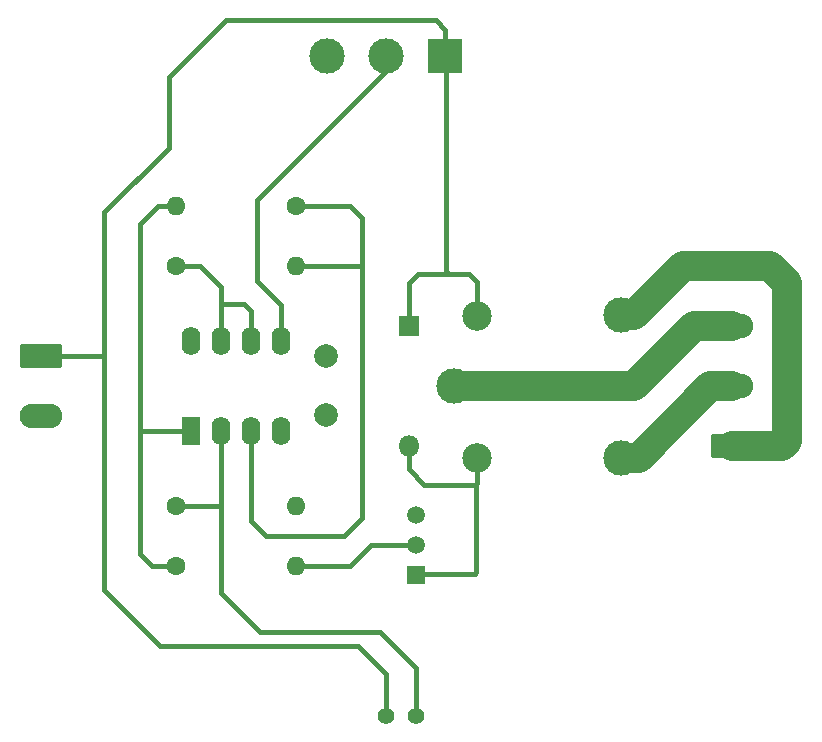
<source format=gbr>
%TF.GenerationSoftware,KiCad,Pcbnew,(6.0.5)*%
%TF.CreationDate,2022-10-10T14:26:01+02:00*%
%TF.ProjectId,termostato_kicad6,7465726d-6f73-4746-9174-6f5f6b696361,rev?*%
%TF.SameCoordinates,Original*%
%TF.FileFunction,Copper,L2,Bot*%
%TF.FilePolarity,Positive*%
%FSLAX46Y46*%
G04 Gerber Fmt 4.6, Leading zero omitted, Abs format (unit mm)*
G04 Created by KiCad (PCBNEW (6.0.5)) date 2022-10-10 14:26:01*
%MOMM*%
%LPD*%
G01*
G04 APERTURE LIST*
G04 Aperture macros list*
%AMRoundRect*
0 Rectangle with rounded corners*
0 $1 Rounding radius*
0 $2 $3 $4 $5 $6 $7 $8 $9 X,Y pos of 4 corners*
0 Add a 4 corners polygon primitive as box body*
4,1,4,$2,$3,$4,$5,$6,$7,$8,$9,$2,$3,0*
0 Add four circle primitives for the rounded corners*
1,1,$1+$1,$2,$3*
1,1,$1+$1,$4,$5*
1,1,$1+$1,$6,$7*
1,1,$1+$1,$8,$9*
0 Add four rect primitives between the rounded corners*
20,1,$1+$1,$2,$3,$4,$5,0*
20,1,$1+$1,$4,$5,$6,$7,0*
20,1,$1+$1,$6,$7,$8,$9,0*
20,1,$1+$1,$8,$9,$2,$3,0*%
G04 Aperture macros list end*
%TA.AperFunction,ComponentPad*%
%ADD10RoundRect,0.249999X1.550001X-0.790001X1.550001X0.790001X-1.550001X0.790001X-1.550001X-0.790001X0*%
%TD*%
%TA.AperFunction,ComponentPad*%
%ADD11O,3.600000X2.080000*%
%TD*%
%TA.AperFunction,ComponentPad*%
%ADD12RoundRect,0.249999X-1.550001X0.790001X-1.550001X-0.790001X1.550001X-0.790001X1.550001X0.790001X0*%
%TD*%
%TA.AperFunction,ComponentPad*%
%ADD13R,1.600000X2.400000*%
%TD*%
%TA.AperFunction,ComponentPad*%
%ADD14O,1.600000X2.400000*%
%TD*%
%TA.AperFunction,ComponentPad*%
%ADD15C,1.600000*%
%TD*%
%TA.AperFunction,ComponentPad*%
%ADD16O,1.600000X1.600000*%
%TD*%
%TA.AperFunction,ComponentPad*%
%ADD17C,3.000000*%
%TD*%
%TA.AperFunction,ComponentPad*%
%ADD18C,2.500000*%
%TD*%
%TA.AperFunction,ComponentPad*%
%ADD19R,1.800000X1.800000*%
%TD*%
%TA.AperFunction,ComponentPad*%
%ADD20O,1.800000X1.800000*%
%TD*%
%TA.AperFunction,ComponentPad*%
%ADD21R,3.000000X3.000000*%
%TD*%
%TA.AperFunction,ComponentPad*%
%ADD22C,1.400000*%
%TD*%
%TA.AperFunction,ComponentPad*%
%ADD23C,2.000000*%
%TD*%
%TA.AperFunction,ComponentPad*%
%ADD24R,1.500000X1.500000*%
%TD*%
%TA.AperFunction,ComponentPad*%
%ADD25C,1.500000*%
%TD*%
%TA.AperFunction,Conductor*%
%ADD26C,2.540000*%
%TD*%
%TA.AperFunction,Conductor*%
%ADD27C,0.406400*%
%TD*%
G04 APERTURE END LIST*
D10*
%TO.P,X2,1,Pin_1*%
%TO.N,Net-(K1-Pad4)*%
X174022500Y-93980000D03*
D11*
%TO.P,X2,2,Pin_2*%
%TO.N,Net-(K1-Pad3)*%
X174022500Y-88900000D03*
%TO.P,X2,3,Pin_3*%
%TO.N,Net-(K1-Pad1)*%
X174022500Y-83820000D03*
%TD*%
D12*
%TO.P,X1,1,Pin_1*%
%TO.N,+5V*%
X115537500Y-86360000D03*
D11*
%TO.P,X1,2,Pin_2*%
%TO.N,GND*%
X115537500Y-91440000D03*
%TD*%
D13*
%TO.P,U1,1*%
%TO.N,Vout*%
X128280000Y-92725000D03*
D14*
%TO.P,U1,2,-*%
%TO.N,Net-(R1-Pad1)*%
X130820000Y-92725000D03*
%TO.P,U1,3,+*%
%TO.N,Net-(R2-Pad2)*%
X133360000Y-92725000D03*
%TO.P,U1,4,V-*%
%TO.N,GND*%
X135900000Y-92725000D03*
%TO.P,U1,5,+*%
%TO.N,Net-(R4-Pad2)*%
X135900000Y-85105000D03*
%TO.P,U1,6,-*%
%TO.N,Vref*%
X133360000Y-85105000D03*
%TO.P,U1,7*%
X130820000Y-85105000D03*
%TO.P,U1,8,V+*%
%TO.N,+5V*%
X128280000Y-85105000D03*
%TD*%
D15*
%TO.P,R3,1*%
%TO.N,Net-(R2-Pad2)*%
X137160000Y-73660000D03*
D16*
%TO.P,R3,2*%
%TO.N,Vout*%
X127000000Y-73660000D03*
%TD*%
D15*
%TO.P,R5,1*%
%TO.N,Vout*%
X127000000Y-104140000D03*
D16*
%TO.P,R5,2*%
%TO.N,Net-(Q1-Pad2)*%
X137160000Y-104140000D03*
%TD*%
D17*
%TO.P,K1,1*%
%TO.N,Net-(K1-Pad1)*%
X150495000Y-88900000D03*
D18*
%TO.P,K1,2*%
%TO.N,Net-(D1-Pad2)*%
X152445000Y-94950000D03*
D17*
%TO.P,K1,3*%
%TO.N,Net-(K1-Pad3)*%
X164645000Y-94950000D03*
%TO.P,K1,4*%
%TO.N,Net-(K1-Pad4)*%
X164695000Y-82900000D03*
D18*
%TO.P,K1,5*%
%TO.N,+5V*%
X152445000Y-82950000D03*
%TD*%
D19*
%TO.P,D1,1,K*%
%TO.N,+5V*%
X146685000Y-83820000D03*
D20*
%TO.P,D1,2,A*%
%TO.N,Net-(D1-Pad2)*%
X146685000Y-93980000D03*
%TD*%
D21*
%TO.P,R4,1,1*%
%TO.N,+5V*%
X149780000Y-60960000D03*
D17*
%TO.P,R4,2,2*%
%TO.N,Net-(R4-Pad2)*%
X144780000Y-60960000D03*
%TO.P,R4,3,3*%
%TO.N,GND*%
X139780000Y-60960000D03*
%TD*%
D22*
%TO.P,TH1,1*%
%TO.N,+5V*%
X144780000Y-116840000D03*
%TO.P,TH1,2*%
%TO.N,Net-(R1-Pad1)*%
X147280000Y-116840000D03*
%TD*%
D15*
%TO.P,R2,1*%
%TO.N,Vref*%
X127000000Y-78740000D03*
D16*
%TO.P,R2,2*%
%TO.N,Net-(R2-Pad2)*%
X137160000Y-78740000D03*
%TD*%
D15*
%TO.P,R1,1*%
%TO.N,Net-(R1-Pad1)*%
X127000000Y-99060000D03*
D16*
%TO.P,R1,2*%
%TO.N,GND*%
X137160000Y-99060000D03*
%TD*%
D23*
%TO.P,C1,1*%
%TO.N,+5V*%
X139700000Y-86360000D03*
%TO.P,C1,2*%
%TO.N,GND*%
X139700000Y-91360000D03*
%TD*%
D24*
%TO.P,Q1,1,C*%
%TO.N,Net-(D1-Pad2)*%
X147320000Y-104902000D03*
D25*
%TO.P,Q1,2,B*%
%TO.N,Net-(Q1-Pad2)*%
X147320000Y-102362000D03*
%TO.P,Q1,3,E*%
%TO.N,GND*%
X147320000Y-99822000D03*
%TD*%
D26*
%TO.N,Net-(K1-Pad1)*%
X170815000Y-83820000D02*
X174022500Y-83820000D01*
X150495000Y-88900000D02*
X165735000Y-88900000D01*
X165735000Y-88900000D02*
X170815000Y-83820000D01*
D27*
%TO.N,Net-(D1-Pad2)*%
X152445000Y-97110000D02*
X152445000Y-94950000D01*
X147447000Y-104775000D02*
X152273000Y-104775000D01*
X152346000Y-97282000D02*
X148018500Y-97282000D01*
X148018500Y-97282000D02*
X146685000Y-95948500D01*
X152400000Y-97228000D02*
X152346000Y-97282000D01*
X152273000Y-104775000D02*
X152400000Y-104648000D01*
X152400000Y-97155000D02*
X152445000Y-97110000D01*
X146685000Y-95948500D02*
X146685000Y-93980000D01*
X147320000Y-104902000D02*
X147447000Y-104775000D01*
X152400000Y-104648000D02*
X152400000Y-97228000D01*
D26*
%TO.N,Net-(K1-Pad3)*%
X164645000Y-94950000D02*
X166162000Y-94950000D01*
X172212000Y-88900000D02*
X174022500Y-88900000D01*
X166162000Y-94950000D02*
X172212000Y-88900000D01*
%TO.N,Net-(K1-Pad4)*%
X174022500Y-93980000D02*
X178308000Y-93980000D01*
X165720000Y-82900000D02*
X164695000Y-82900000D01*
X177292000Y-78740000D02*
X169880000Y-78740000D01*
X178729980Y-80177980D02*
X177292000Y-78740000D01*
X178308000Y-93980000D02*
X178729980Y-93558020D01*
X169880000Y-78740000D02*
X165720000Y-82900000D01*
X178729980Y-93558020D02*
X178729980Y-80177980D01*
D27*
%TO.N,+5V*%
X146685000Y-83820000D02*
X146685000Y-80137000D01*
X144780000Y-116840000D02*
X144780000Y-113284000D01*
X146685000Y-80137000D02*
X147447000Y-79375000D01*
X126365000Y-68707000D02*
X120904000Y-74168000D01*
X147447000Y-79375000D02*
X150114000Y-79375000D01*
X150114000Y-79375000D02*
X151765000Y-79375000D01*
X126365000Y-62738000D02*
X126365000Y-68707000D01*
X120904000Y-86360000D02*
X115537500Y-86360000D01*
X131191000Y-57912000D02*
X126365000Y-62738000D01*
X120904000Y-106172000D02*
X120904000Y-86233000D01*
X149860000Y-79121000D02*
X150114000Y-79375000D01*
X149780000Y-58721000D02*
X148971000Y-57912000D01*
X142367000Y-110871000D02*
X125603000Y-110871000D01*
X149780000Y-60960000D02*
X149780000Y-58721000D01*
X149780000Y-60960000D02*
X149860000Y-61040000D01*
X144780000Y-113284000D02*
X142367000Y-110871000D01*
X120904000Y-74168000D02*
X120904000Y-86360000D01*
X152445000Y-80055000D02*
X152445000Y-82950000D01*
X125603000Y-110871000D02*
X120904000Y-106172000D01*
X148971000Y-57912000D02*
X131191000Y-57912000D01*
X151765000Y-79375000D02*
X152445000Y-80055000D01*
X149860000Y-61040000D02*
X149860000Y-79121000D01*
%TO.N,Net-(Q1-Pad2)*%
X141732000Y-104140000D02*
X143510000Y-102362000D01*
X137160000Y-104140000D02*
X141732000Y-104140000D01*
X143510000Y-102362000D02*
X147320000Y-102362000D01*
%TO.N,Net-(R4-Pad2)*%
X135900000Y-82052000D02*
X133858000Y-80010000D01*
X133858000Y-73152000D02*
X144780000Y-62230000D01*
X135900000Y-85105000D02*
X135900000Y-82052000D01*
X144780000Y-62230000D02*
X144780000Y-60960000D01*
X133858000Y-80010000D02*
X133858000Y-73152000D01*
%TO.N,Net-(R1-Pad1)*%
X130820000Y-106436000D02*
X134112000Y-109728000D01*
X130820000Y-99060000D02*
X130820000Y-106436000D01*
X134112000Y-109728000D02*
X144272000Y-109728000D01*
X144272000Y-109728000D02*
X147280000Y-112736000D01*
X147280000Y-112736000D02*
X147280000Y-116840000D01*
X127000000Y-99060000D02*
X130820000Y-99060000D01*
X130820000Y-99060000D02*
X130820000Y-92725000D01*
%TO.N,Vref*%
X130957000Y-81915000D02*
X132715000Y-81915000D01*
X130820000Y-82052000D02*
X130957000Y-81915000D01*
X133360000Y-82560000D02*
X133360000Y-85105000D01*
X129032000Y-78740000D02*
X127000000Y-78740000D01*
X130810000Y-82042000D02*
X130810000Y-80518000D01*
X130810000Y-80518000D02*
X129032000Y-78740000D01*
X132715000Y-81915000D02*
X133360000Y-82560000D01*
X130820000Y-85105000D02*
X130820000Y-82052000D01*
%TO.N,Net-(R2-Pad2)*%
X141732000Y-73660000D02*
X137160000Y-73660000D01*
X133360000Y-100340000D02*
X134620000Y-101600000D01*
X142748000Y-78740000D02*
X142748000Y-74676000D01*
X142748000Y-100076000D02*
X142748000Y-78740000D01*
X133360000Y-92725000D02*
X133360000Y-100340000D01*
X141224000Y-101600000D02*
X142748000Y-100076000D01*
X142748000Y-74676000D02*
X141732000Y-73660000D01*
X134620000Y-101600000D02*
X141224000Y-101600000D01*
X142748000Y-78740000D02*
X137160000Y-78740000D01*
%TO.N,Vout*%
X127000000Y-104140000D02*
X124968000Y-104140000D01*
X124968000Y-104140000D02*
X123952000Y-103124000D01*
X123952000Y-103124000D02*
X123952000Y-92725000D01*
X123952000Y-92725000D02*
X128280000Y-92725000D01*
X125476000Y-73660000D02*
X123952000Y-75184000D01*
X127000000Y-73660000D02*
X125476000Y-73660000D01*
X123952000Y-75184000D02*
X123952000Y-92725000D01*
%TD*%
M02*

</source>
